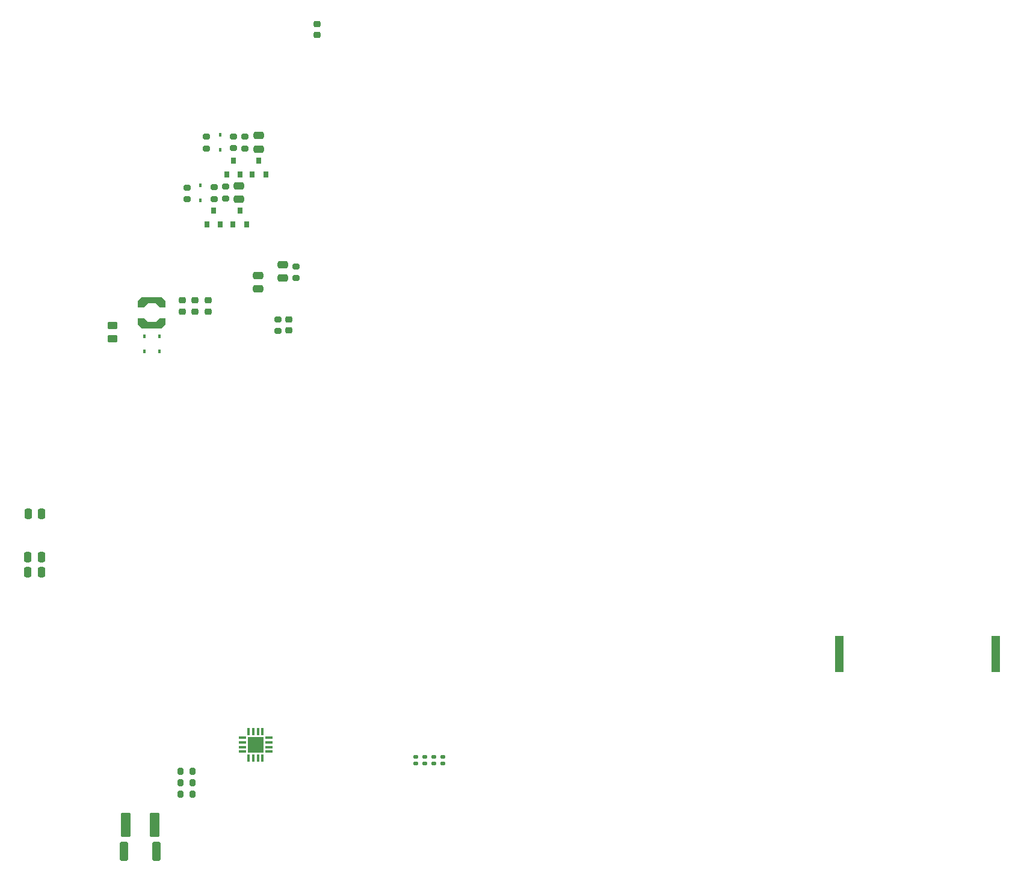
<source format=gbr>
%TF.GenerationSoftware,KiCad,Pcbnew,5.99.0-unknown-4b436fa57~104~ubuntu20.04.1*%
%TF.CreationDate,2020-10-20T16:16:34-05:00*%
%TF.ProjectId,AP2100,41503231-3030-42e6-9b69-6361645f7063,rev?*%
%TF.SameCoordinates,Original*%
%TF.FileFunction,Paste,Bot*%
%TF.FilePolarity,Positive*%
%FSLAX46Y46*%
G04 Gerber Fmt 4.6, Leading zero omitted, Abs format (unit mm)*
G04 Created by KiCad (PCBNEW 5.99.0-unknown-4b436fa57~104~ubuntu20.04.1) date 2020-10-20 16:16:34*
%MOMM*%
%LPD*%
G01*
G04 APERTURE LIST*
G04 Aperture macros list*
%AMRoundRect*
0 Rectangle with rounded corners*
0 $1 Rounding radius*
0 $2 $3 $4 $5 $6 $7 $8 $9 X,Y pos of 4 corners*
0 Add a 4 corners polygon primitive as box body*
4,1,4,$2,$3,$4,$5,$6,$7,$8,$9,$2,$3,0*
0 Add four circle primitives for the rounded corners*
1,1,$1+$1,$2,$3,0*
1,1,$1+$1,$4,$5,0*
1,1,$1+$1,$6,$7,0*
1,1,$1+$1,$8,$9,0*
0 Add four rect primitives between the rounded corners*
20,1,$1+$1,$2,$3,$4,$5,0*
20,1,$1+$1,$4,$5,$6,$7,0*
20,1,$1+$1,$6,$7,$8,$9,0*
20,1,$1+$1,$8,$9,$2,$3,0*%
G04 Aperture macros list end*
%ADD10RoundRect,0.200000X-0.275000X0.200000X-0.275000X-0.200000X0.275000X-0.200000X0.275000X0.200000X0*%
%ADD11RoundRect,0.140000X-0.170000X0.140000X-0.170000X-0.140000X0.170000X-0.140000X0.170000X0.140000X0*%
%ADD12R,0.800000X0.900000*%
%ADD13RoundRect,0.250000X-0.475000X0.250000X-0.475000X-0.250000X0.475000X-0.250000X0.475000X0.250000X0*%
%ADD14RoundRect,0.249999X0.450001X1.450001X-0.450001X1.450001X-0.450001X-1.450001X0.450001X-1.450001X0*%
%ADD15RoundRect,0.225000X-0.250000X0.225000X-0.250000X-0.225000X0.250000X-0.225000X0.250000X0.225000X0*%
%ADD16RoundRect,0.200000X0.200000X0.275000X-0.200000X0.275000X-0.200000X-0.275000X0.200000X-0.275000X0*%
%ADD17RoundRect,0.225000X0.250000X-0.225000X0.250000X0.225000X-0.250000X0.225000X-0.250000X-0.225000X0*%
%ADD18R,0.450000X0.600000*%
%ADD19RoundRect,0.250000X-0.250000X-0.475000X0.250000X-0.475000X0.250000X0.475000X-0.250000X0.475000X0*%
%ADD20R,1.270000X5.080000*%
%ADD21RoundRect,0.250000X-0.450000X0.262500X-0.450000X-0.262500X0.450000X-0.262500X0.450000X0.262500X0*%
%ADD22RoundRect,0.250000X-0.362500X-1.075000X0.362500X-1.075000X0.362500X1.075000X-0.362500X1.075000X0*%
%ADD23RoundRect,0.250000X0.475000X-0.250000X0.475000X0.250000X-0.475000X0.250000X-0.475000X-0.250000X0*%
%ADD24R,1.000000X0.350000*%
%ADD25R,0.350000X1.000000*%
%ADD26R,2.250000X2.250000*%
G04 APERTURE END LIST*
D10*
%TO.C,R40*%
X32461200Y-57239400D03*
X32461200Y-58889400D03*
%TD*%
D11*
%TO.C,C82*%
X63152200Y-144515153D03*
X63152200Y-145475153D03*
%TD*%
D12*
%TO.C,D16*%
X38095000Y-69596000D03*
X36195000Y-69596000D03*
X37145000Y-67596000D03*
%TD*%
D13*
%TO.C,C110*%
X37050999Y-64140001D03*
X37050999Y-66040001D03*
%TD*%
D10*
%TO.C,R31*%
X37896800Y-57227200D03*
X37896800Y-58877200D03*
%TD*%
D14*
%TO.C,C103*%
X25182000Y-154051000D03*
X21082000Y-154051000D03*
%TD*%
D15*
%TO.C,C119*%
X32690385Y-80275800D03*
X32690385Y-81825800D03*
%TD*%
D10*
%TO.C,R28*%
X45085000Y-75464400D03*
X45085000Y-77114400D03*
%TD*%
D16*
%TO.C,R23*%
X30492715Y-146554800D03*
X28842715Y-146554800D03*
%TD*%
D11*
%TO.C,C88*%
X65735200Y-144514954D03*
X65735200Y-145474954D03*
%TD*%
D17*
%TO.C,C117*%
X48031400Y-42913600D03*
X48031400Y-41363600D03*
%TD*%
D18*
%TO.C,D11*%
X23749585Y-85353800D03*
X23749585Y-87453800D03*
%TD*%
D11*
%TO.C,C81*%
X61933000Y-144514954D03*
X61933000Y-145474954D03*
%TD*%
D18*
%TO.C,D12*%
X25857785Y-85353800D03*
X25857785Y-87453800D03*
%TD*%
D19*
%TO.C,C96*%
X7334985Y-116411706D03*
X9234985Y-116411706D03*
%TD*%
D10*
%TO.C,R39*%
X29718000Y-64390000D03*
X29718000Y-66040000D03*
%TD*%
D11*
%TO.C,C86*%
X64409465Y-144514954D03*
X64409465Y-145474954D03*
%TD*%
D19*
%TO.C,C98*%
X7341185Y-110286800D03*
X9241185Y-110286800D03*
%TD*%
D20*
%TO.C,BT1*%
X143485000Y-130000000D03*
X121515000Y-130000000D03*
%TD*%
D19*
%TO.C,C97*%
X7334985Y-118516306D03*
X9234985Y-118516306D03*
%TD*%
%TO.C,L9*%
G36*
X25935584Y-81254200D02*
G01*
X25340584Y-80674200D01*
X24190585Y-80674199D01*
X23595585Y-81254199D01*
X22820585Y-81254199D01*
X22820585Y-80364199D01*
X23370585Y-79804200D01*
X26160585Y-79804201D01*
X26710585Y-80364200D01*
X26710584Y-81254200D01*
X25935584Y-81254200D01*
G37*
G36*
X26160585Y-84204200D02*
G01*
X23370585Y-84204199D01*
X22820585Y-83644200D01*
X22820586Y-82754200D01*
X23595586Y-82754200D01*
X24190586Y-83334200D01*
X25340585Y-83334201D01*
X25935585Y-82754201D01*
X26710585Y-82754201D01*
X26710585Y-83644201D01*
X26160585Y-84204200D01*
G37*
%TD*%
D12*
%TO.C,D17*%
X40795001Y-62588600D03*
X38895001Y-62588600D03*
X39845001Y-60588600D03*
%TD*%
D15*
%TO.C,C106*%
X29032785Y-80275800D03*
X29032785Y-81825800D03*
%TD*%
D12*
%TO.C,Q2*%
X34417000Y-69596000D03*
X32517000Y-69596000D03*
X33467000Y-67596000D03*
%TD*%
D10*
%TO.C,R32*%
X36271200Y-57215000D03*
X36271200Y-58865000D03*
%TD*%
%TO.C,R51*%
X42519600Y-82918800D03*
X42519600Y-84568800D03*
%TD*%
D21*
%TO.C,R24*%
X19228385Y-83823800D03*
X19228385Y-85648800D03*
%TD*%
D13*
%TO.C,C109*%
X39751000Y-76774000D03*
X39751000Y-78674000D03*
%TD*%
D22*
%TO.C,R21*%
X20801500Y-157835600D03*
X25426500Y-157835600D03*
%TD*%
D18*
%TO.C,D15*%
X34366200Y-56951400D03*
X34366200Y-59051400D03*
%TD*%
D16*
%TO.C,R22*%
X30492715Y-148125200D03*
X28842715Y-148125200D03*
%TD*%
D23*
%TO.C,C108*%
X43180000Y-77110400D03*
X43180000Y-75210400D03*
%TD*%
D10*
%TO.C,R30*%
X33549000Y-64336000D03*
X33549000Y-65986000D03*
%TD*%
D15*
%TO.C,C107*%
X30861585Y-80275800D03*
X30861585Y-81825800D03*
%TD*%
D24*
%TO.C,IC10*%
X37520000Y-143773800D03*
X37520000Y-143123800D03*
X37520000Y-142473800D03*
X37520000Y-141823800D03*
D25*
X38395000Y-140948800D03*
X39045000Y-140948800D03*
X39695000Y-140948800D03*
X40345000Y-140948800D03*
D24*
X41220000Y-141823800D03*
X41220000Y-142473800D03*
X41220000Y-143123800D03*
X41220000Y-143773800D03*
D25*
X40345000Y-144648800D03*
X39695000Y-144648800D03*
X39045000Y-144648800D03*
X38395000Y-144648800D03*
D26*
X39370000Y-142798800D03*
%TD*%
D18*
%TO.C,D14*%
X31623000Y-64101000D03*
X31623000Y-66201000D03*
%TD*%
D10*
%TO.C,R29*%
X35179000Y-64263000D03*
X35179000Y-65913000D03*
%TD*%
D16*
%TO.C,R20*%
X30455115Y-149783800D03*
X28805115Y-149783800D03*
%TD*%
D15*
%TO.C,C126*%
X44069000Y-82955800D03*
X44069000Y-84505800D03*
%TD*%
D13*
%TO.C,C111*%
X39794200Y-57066600D03*
X39794200Y-58966600D03*
%TD*%
D12*
%TO.C,Q3*%
X37203400Y-62588600D03*
X35303400Y-62588600D03*
X36253400Y-60588600D03*
%TD*%
M02*

</source>
